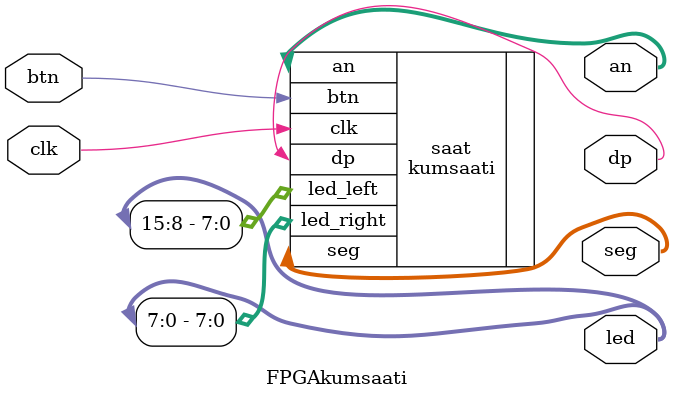
<source format=v>
`timescale 1ns / 1ps

module FPGAkumsaati(
    input btn, clk,
    output [3:0] an,
    output dp,
    output [15:0] led,
    output [6:0] seg
    );
    
    kumsaati #(.C(6), .A(1), .N(2)) saat(
    .btn(btn),
    .clk(clk),
    .an(an),
    .dp(dp),
    .led_left(led[15:8]),
    .led_right(led[7:0]),
    .seg(seg)
    );
endmodule

</source>
